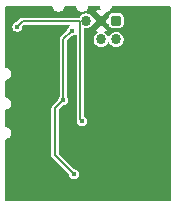
<source format=gbl>
%TF.GenerationSoftware,KiCad,Pcbnew,9.0.4*%
%TF.CreationDate,2025-10-01T23:03:59+01:00*%
%TF.ProjectId,vm_rgb_led,766d5f72-6762-45f6-9c65-642e6b696361,0.4*%
%TF.SameCoordinates,PX518a060PY47868c0*%
%TF.FileFunction,Copper,L2,Bot*%
%TF.FilePolarity,Positive*%
%FSLAX45Y45*%
G04 Gerber Fmt 4.5, Leading zero omitted, Abs format (unit mm)*
G04 Created by KiCad (PCBNEW 9.0.4) date 2025-10-01 23:03:59*
%MOMM*%
%LPD*%
G01*
G04 APERTURE LIST*
G04 Aperture macros list*
%AMRoundRect*
0 Rectangle with rounded corners*
0 $1 Rounding radius*
0 $2 $3 $4 $5 $6 $7 $8 $9 X,Y pos of 4 corners*
0 Add a 4 corners polygon primitive as box body*
4,1,4,$2,$3,$4,$5,$6,$7,$8,$9,$2,$3,0*
0 Add four circle primitives for the rounded corners*
1,1,$1+$1,$2,$3*
1,1,$1+$1,$4,$5*
1,1,$1+$1,$6,$7*
1,1,$1+$1,$8,$9*
0 Add four rect primitives between the rounded corners*
20,1,$1+$1,$2,$3,$4,$5,0*
20,1,$1+$1,$4,$5,$6,$7,0*
20,1,$1+$1,$6,$7,$8,$9,0*
20,1,$1+$1,$8,$9,$2,$3,0*%
G04 Aperture macros list end*
%TA.AperFunction,ComponentPad*%
%ADD10RoundRect,0.172720X-0.259080X-0.259080X0.259080X-0.259080X0.259080X0.259080X-0.259080X0.259080X0*%
%TD*%
%TA.AperFunction,ComponentPad*%
%ADD11C,0.863600*%
%TD*%
%TA.AperFunction,ViaPad*%
%ADD12C,0.450000*%
%TD*%
%TA.AperFunction,Conductor*%
%ADD13C,0.200000*%
%TD*%
G04 APERTURE END LIST*
D10*
%TO.P,J1,1,Vcc*%
%TO.N,+3V3*%
X237500Y700000D03*
D11*
%TO.P,J1,2,SWDIO*%
%TO.N,/SWDIO*%
X237500Y542520D03*
%TO.P,J1,3,GND*%
%TO.N,GND*%
X110500Y700000D03*
%TO.P,J1,4,SWDCLK*%
%TO.N,/SWCLK*%
X110500Y542520D03*
%TO.P,J1,5,~{RESET}*%
%TO.N,/nRESET*%
X-16500Y700000D03*
%TD*%
D12*
%TO.N,GND*%
X-550000Y200000D03*
X100000Y-450000D03*
X-550000Y-575000D03*
X75000Y-675000D03*
X-550000Y-200000D03*
%TO.N,+3V3*%
X-210000Y30000D03*
X-137500Y615800D03*
X-120000Y-600000D03*
%TO.N,/nRESET*%
X-50000Y-150000D03*
X-600000Y650000D03*
%TD*%
D13*
%TO.N,+3V3*%
X-280000Y-440000D02*
X-280000Y-40000D01*
X-210000Y543300D02*
X-137500Y615800D01*
X-280000Y-40000D02*
X-210000Y30000D01*
X-120000Y-600000D02*
X-280000Y-440000D01*
X-210000Y30000D02*
X-210000Y543300D01*
%TO.N,/nRESET*%
X-67000Y-133000D02*
X-50000Y-150000D01*
X-552610Y697390D02*
X-67000Y697390D01*
X-600000Y650000D02*
X-552610Y697390D01*
X-67000Y697390D02*
X-67000Y-133000D01*
%TD*%
%TA.AperFunction,Conductor*%
%TO.N,GND*%
G36*
X-301626Y822783D02*
G01*
X-299915Y819312D01*
X-299698Y819370D01*
X-299572Y818902D01*
X-299572Y818901D01*
X-296194Y806294D01*
X-289668Y794990D01*
X-280438Y785760D01*
X-269134Y779234D01*
X-256526Y775856D01*
X-256526Y775856D01*
X-243474Y775856D01*
X-243474Y775856D01*
X-230866Y779234D01*
X-219562Y785760D01*
X-210332Y794990D01*
X-203806Y806294D01*
X-200428Y818901D01*
X-200428Y818902D01*
X-200302Y819370D01*
X-200027Y819296D01*
X-197649Y823419D01*
X-193142Y824950D01*
X-106858Y824950D01*
X-101625Y822783D01*
X-99915Y819312D01*
X-99698Y819370D01*
X-99572Y818902D01*
X-99572Y818901D01*
X-96194Y806294D01*
X-89668Y794990D01*
X-80438Y785760D01*
X-69134Y779234D01*
X-56526Y775856D01*
X-56526Y775856D01*
X-43474Y775856D01*
X-43474Y775856D01*
X-30866Y779234D01*
X-19562Y785760D01*
X-10332Y794990D01*
X-3806Y806294D01*
X-428Y818901D01*
X-428Y818902D01*
X-302Y819370D01*
X-27Y819296D01*
X2351Y823419D01*
X6858Y824950D01*
X93142Y824950D01*
X98374Y822783D01*
X100085Y819312D01*
X100302Y819370D01*
X100428Y818902D01*
X100428Y818901D01*
X103806Y806294D01*
X103806Y806293D01*
X105178Y803917D01*
X105917Y798302D01*
X102470Y793809D01*
X100213Y792959D01*
X83321Y789599D01*
X83320Y789599D01*
X66363Y782575D01*
X64515Y781341D01*
X110500Y735355D01*
X148833Y773688D01*
X154066Y775856D01*
X156526Y775856D01*
X156526Y775856D01*
X169134Y779234D01*
X180438Y785760D01*
X189668Y794990D01*
X196194Y806294D01*
X199572Y818901D01*
X199572Y818902D01*
X199698Y819370D01*
X199973Y819296D01*
X202351Y823419D01*
X206858Y824950D01*
X692550Y824950D01*
X697783Y822783D01*
X699950Y817550D01*
X699950Y-817550D01*
X697783Y-822783D01*
X692550Y-824950D01*
X-692550Y-824950D01*
X-697783Y-822783D01*
X-699950Y-817550D01*
X-699950Y-306914D01*
X-697783Y-301682D01*
X-693921Y-299778D01*
X-693942Y-299698D01*
X-693540Y-299590D01*
X-693515Y-299578D01*
X-693475Y-299572D01*
X-693474Y-299572D01*
X-680866Y-296194D01*
X-669562Y-289668D01*
X-660332Y-280438D01*
X-653806Y-269134D01*
X-650428Y-256526D01*
X-650428Y-243474D01*
X-653806Y-230866D01*
X-660332Y-219562D01*
X-669562Y-210332D01*
X-680866Y-203806D01*
X-693474Y-200428D01*
X-693474Y-200428D01*
X-693517Y-200422D01*
X-693535Y-200411D01*
X-693942Y-200302D01*
X-693913Y-200193D01*
X-698421Y-197590D01*
X-699950Y-193085D01*
X-699950Y-56487D01*
X-697783Y-51254D01*
X-693921Y-49350D01*
X-693942Y-49270D01*
X-693540Y-49162D01*
X-693515Y-49150D01*
X-693475Y-49144D01*
X-693474Y-49144D01*
X-680866Y-45766D01*
X-669562Y-39240D01*
X-660332Y-30010D01*
X-653806Y-18706D01*
X-650428Y-6098D01*
X-650428Y6954D01*
X-653806Y19562D01*
X-660332Y30866D01*
X-669562Y40096D01*
X-680866Y46622D01*
X-693474Y50000D01*
X-693474Y50000D01*
X-693517Y50006D01*
X-693535Y50016D01*
X-693942Y50125D01*
X-693913Y50235D01*
X-698421Y52838D01*
X-699950Y57342D01*
X-699950Y193513D01*
X-697783Y198746D01*
X-693921Y200650D01*
X-693942Y200730D01*
X-693540Y200838D01*
X-693515Y200850D01*
X-693475Y200856D01*
X-693474Y200856D01*
X-680866Y204234D01*
X-669562Y210760D01*
X-660332Y219990D01*
X-653806Y231294D01*
X-650428Y243901D01*
X-650428Y256954D01*
X-653806Y269562D01*
X-660332Y280866D01*
X-669562Y290096D01*
X-680866Y296622D01*
X-693474Y300000D01*
X-693474Y300000D01*
X-693517Y300006D01*
X-693535Y300017D01*
X-693942Y300126D01*
X-693913Y300235D01*
X-698421Y302838D01*
X-699950Y307342D01*
X-699950Y655602D01*
X-642550Y655602D01*
X-642550Y644398D01*
X-639651Y633577D01*
X-639650Y633576D01*
X-637922Y630582D01*
X-634049Y623874D01*
X-626126Y615952D01*
X-616424Y610350D01*
X-605602Y607450D01*
X-605602Y607450D01*
X-605602Y607450D01*
X-594398Y607450D01*
X-594398Y607450D01*
X-583576Y610350D01*
X-573874Y615952D01*
X-565952Y623874D01*
X-560350Y633576D01*
X-557450Y644398D01*
X-557450Y644398D01*
X-557450Y646988D01*
X-555283Y652220D01*
X-542330Y665173D01*
X-537098Y667340D01*
X-160947Y667340D01*
X-155715Y665173D01*
X-153547Y659940D01*
X-155715Y654707D01*
X-157247Y653531D01*
X-163626Y649849D01*
X-171549Y641926D01*
X-177150Y632224D01*
X-177150Y632223D01*
X-180050Y621402D01*
X-180050Y618812D01*
X-182217Y613580D01*
X-234046Y561751D01*
X-238002Y554899D01*
X-238002Y554899D01*
X-240050Y547257D01*
X-240050Y63190D01*
X-242217Y57957D01*
X-244048Y56126D01*
X-249650Y46424D01*
X-249650Y46423D01*
X-252550Y35602D01*
X-252550Y33012D01*
X-254717Y27780D01*
X-304046Y-21549D01*
X-308002Y-28401D01*
X-308002Y-28401D01*
X-310050Y-36044D01*
X-310050Y-443956D01*
X-308002Y-451598D01*
X-308002Y-451599D01*
X-304046Y-458451D01*
X-164717Y-597780D01*
X-162550Y-603012D01*
X-162550Y-605602D01*
X-159651Y-616423D01*
X-159650Y-616424D01*
X-159650Y-616424D01*
X-154049Y-626126D01*
X-146126Y-634049D01*
X-136424Y-639650D01*
X-125602Y-642550D01*
X-125602Y-642550D01*
X-125602Y-642550D01*
X-114398Y-642550D01*
X-114398Y-642550D01*
X-103576Y-639650D01*
X-93874Y-634049D01*
X-85952Y-626126D01*
X-80350Y-616424D01*
X-77450Y-605602D01*
X-77450Y-605602D01*
X-77450Y-594398D01*
X-77450Y-594398D01*
X-80350Y-583577D01*
X-80350Y-583576D01*
X-85952Y-573874D01*
X-93874Y-565952D01*
X-103576Y-560350D01*
X-103577Y-560350D01*
X-114398Y-557450D01*
X-114398Y-557450D01*
X-116988Y-557450D01*
X-122220Y-555283D01*
X-247783Y-429720D01*
X-249950Y-424488D01*
X-249950Y-55512D01*
X-247783Y-50280D01*
X-212220Y-14717D01*
X-206988Y-12550D01*
X-204398Y-12550D01*
X-204398Y-12550D01*
X-193576Y-9650D01*
X-183874Y-4048D01*
X-175951Y3874D01*
X-170350Y13576D01*
X-167450Y24398D01*
X-167450Y24398D01*
X-167450Y35602D01*
X-167450Y35602D01*
X-170350Y46423D01*
X-170350Y46424D01*
X-175951Y56126D01*
X-177783Y57957D01*
X-179950Y63190D01*
X-179950Y527788D01*
X-177783Y533020D01*
X-139720Y571083D01*
X-134488Y573250D01*
X-131898Y573250D01*
X-131898Y573250D01*
X-121076Y576150D01*
X-111374Y581752D01*
X-109683Y583443D01*
X-104450Y585610D01*
X-99217Y583443D01*
X-97050Y578210D01*
X-97050Y-136956D01*
X-95002Y-144599D01*
X-95002Y-144599D01*
X-93541Y-147129D01*
X-92550Y-150829D01*
X-92550Y-155602D01*
X-89650Y-166423D01*
X-89650Y-166424D01*
X-89650Y-166424D01*
X-84049Y-176126D01*
X-76126Y-184048D01*
X-66424Y-189650D01*
X-55602Y-192550D01*
X-55602Y-192550D01*
X-55602Y-192550D01*
X-44398Y-192550D01*
X-44398Y-192550D01*
X-33576Y-189650D01*
X-23874Y-184048D01*
X-15951Y-176126D01*
X-10350Y-166424D01*
X-7450Y-155602D01*
X-7450Y-155602D01*
X-7450Y-144398D01*
X-7450Y-144398D01*
X-10350Y-133577D01*
X-10350Y-133576D01*
X-15951Y-123874D01*
X-23874Y-115951D01*
X-29231Y-112858D01*
X-33250Y-110538D01*
X-36698Y-106045D01*
X-36950Y-104129D01*
X-36950Y548748D01*
X47270Y548748D01*
X47270Y536293D01*
X49700Y524077D01*
X49700Y524076D01*
X54466Y512570D01*
X54466Y512569D01*
X54466Y512569D01*
X61386Y502213D01*
X70193Y493406D01*
X80549Y486486D01*
X92056Y481720D01*
X104272Y479290D01*
X104272Y479290D01*
X116727Y479290D01*
X116728Y479290D01*
X128943Y481720D01*
X140451Y486486D01*
X150807Y493406D01*
X159614Y502213D01*
X166534Y512569D01*
X167163Y514089D01*
X171168Y518094D01*
X176832Y518094D01*
X180836Y514090D01*
X181466Y512569D01*
X188386Y502213D01*
X197193Y493406D01*
X207549Y486486D01*
X219056Y481720D01*
X231272Y479290D01*
X231272Y479290D01*
X243727Y479290D01*
X243728Y479290D01*
X255943Y481720D01*
X267451Y486486D01*
X277807Y493406D01*
X286614Y502213D01*
X293534Y512569D01*
X298300Y524076D01*
X300730Y536292D01*
X300730Y548748D01*
X298300Y560964D01*
X297974Y561751D01*
X293534Y572470D01*
X286614Y582826D01*
X286614Y582827D01*
X277807Y591634D01*
X267451Y598554D01*
X267451Y598554D01*
X267450Y598554D01*
X255944Y603320D01*
X255943Y603320D01*
X246740Y605151D01*
X243728Y605750D01*
X231272Y605750D01*
X228856Y605269D01*
X219057Y603320D01*
X219056Y603320D01*
X207550Y598554D01*
X197194Y591634D01*
X188386Y582826D01*
X181466Y572471D01*
X180837Y570951D01*
X176832Y566946D01*
X171168Y566946D01*
X167163Y570951D01*
X166534Y572471D01*
X159614Y582826D01*
X159614Y582827D01*
X150807Y591634D01*
X140451Y598554D01*
X140451Y598554D01*
X140148Y598756D01*
X140235Y598885D01*
X136959Y602878D01*
X137514Y608515D01*
X141208Y611863D01*
X154637Y617425D01*
X156485Y618660D01*
X156485Y618660D01*
X110500Y664645D01*
X64515Y618660D01*
X64515Y618660D01*
X66363Y617425D01*
X79792Y611863D01*
X83796Y607858D01*
X83796Y602194D01*
X80779Y598864D01*
X80852Y598756D01*
X70194Y591634D01*
X61386Y582826D01*
X54466Y572470D01*
X49700Y560964D01*
X49700Y560963D01*
X47270Y548748D01*
X-36950Y548748D01*
X-36950Y630582D01*
X-34783Y635815D01*
X-29550Y637982D01*
X-28106Y637840D01*
X-28041Y637827D01*
X-22728Y636770D01*
X-22727Y636770D01*
X-10273Y636770D01*
X-10272Y636770D01*
X1943Y639200D01*
X13451Y643966D01*
X23807Y650886D01*
X24660Y651739D01*
X28457Y653312D01*
X75145Y700000D01*
X75145Y700000D01*
X71466Y703678D01*
X82560Y703678D01*
X82560Y696322D01*
X84464Y689216D01*
X88142Y682844D01*
X93344Y677642D01*
X99716Y673964D01*
X106822Y672060D01*
X114178Y672060D01*
X121284Y673964D01*
X127656Y677642D01*
X132858Y682844D01*
X136536Y689216D01*
X138440Y696322D01*
X138440Y700000D01*
X145855Y700000D01*
X172357Y673498D01*
X174447Y669333D01*
X175327Y663295D01*
X180100Y653531D01*
X180797Y652105D01*
X189605Y643298D01*
X200795Y637827D01*
X208050Y636770D01*
X208050Y636770D01*
X266950Y636770D01*
X266950Y636770D01*
X274205Y637827D01*
X285395Y643298D01*
X294203Y652105D01*
X299673Y663295D01*
X300730Y670550D01*
X300730Y729450D01*
X299673Y736705D01*
X294203Y747895D01*
X285395Y756702D01*
X274205Y762173D01*
X266951Y763230D01*
X266950Y763230D01*
X208050Y763230D01*
X208049Y763230D01*
X200795Y762173D01*
X189605Y756702D01*
X180797Y747895D01*
X175327Y736705D01*
X174447Y730668D01*
X172357Y726502D01*
X145855Y700000D01*
X138440Y700000D01*
X138440Y703678D01*
X136536Y710784D01*
X132858Y717156D01*
X127656Y722358D01*
X121284Y726036D01*
X114178Y727940D01*
X106822Y727940D01*
X99716Y726036D01*
X93344Y722358D01*
X88142Y717156D01*
X84464Y710784D01*
X82560Y703678D01*
X71466Y703678D01*
X28318Y746826D01*
X25198Y747773D01*
X24661Y748260D01*
X23807Y749114D01*
X13451Y756034D01*
X13450Y756034D01*
X13450Y756034D01*
X1944Y760800D01*
X1943Y760800D01*
X-7260Y762631D01*
X-10272Y763230D01*
X-22728Y763230D01*
X-25144Y762749D01*
X-34943Y760800D01*
X-34944Y760800D01*
X-46450Y756034D01*
X-56806Y749114D01*
X-65614Y740306D01*
X-72014Y730729D01*
X-76723Y727582D01*
X-78167Y727440D01*
X-556566Y727440D01*
X-564209Y725392D01*
X-564209Y725392D01*
X-571061Y721436D01*
X-597780Y694717D01*
X-603012Y692550D01*
X-605602Y692550D01*
X-616423Y689651D01*
X-616424Y689650D01*
X-626126Y684049D01*
X-634049Y676126D01*
X-639650Y666424D01*
X-639651Y666423D01*
X-642550Y655602D01*
X-699950Y655602D01*
X-699950Y817550D01*
X-697783Y822783D01*
X-692550Y824950D01*
X-306858Y824950D01*
X-301626Y822783D01*
G37*
%TD.AperFunction*%
%TD*%
M02*

</source>
